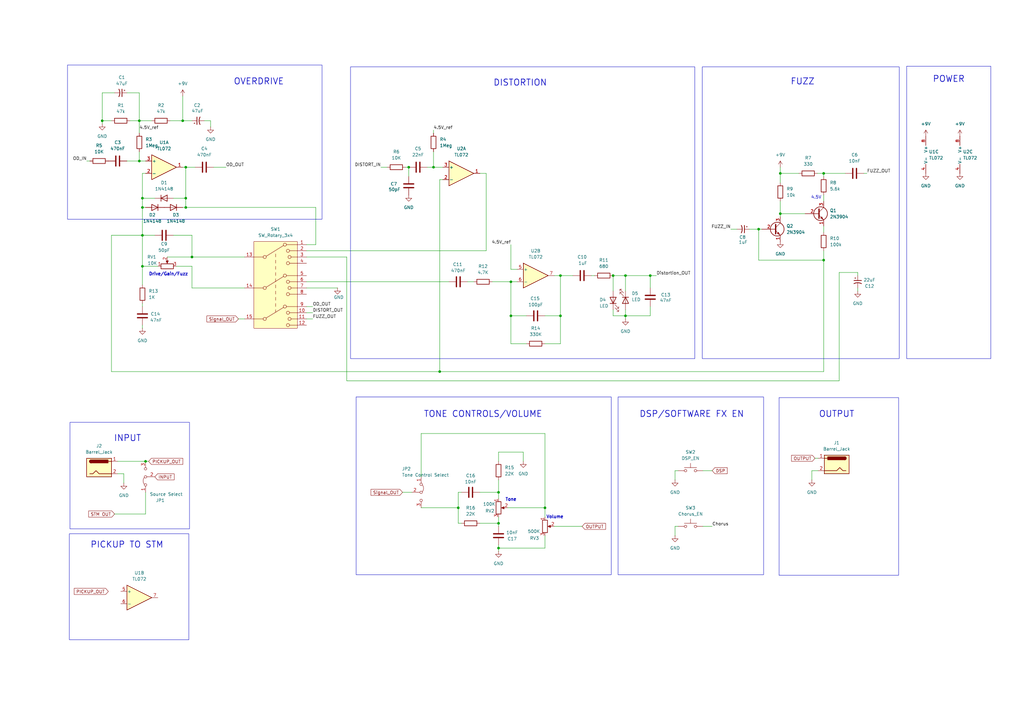
<source format=kicad_sch>
(kicad_sch (version 20231120) (generator "eeschema") (generator_version "8.0")
  (paper "A3")
  (lib_symbols
    (symbol "Amplifier_Operational:TL072" (pin_names (offset 0.127))
      (property "Reference" "U" (at 0 5.08 0))
      (property "Value" "TL072" (at 0 -5.08 0))
      (symbol "TL072_1_1"
        (polyline (pts (xy -5.08 5.08) (xy 5.08 0) (xy -5.08 -5.08) (xy -5.08 5.08)) (stroke (width 0.254)) (fill (type background)))
        (pin output line (at 7.62 0 180) (length 2.54) (name "~") (number "1"))
        (pin input line (at -7.62 -2.54 0) (length 2.54) (name "-") (number "2"))
        (pin input line (at -7.62 2.54 0) (length 2.54) (name "+") (number "3"))
      )
      (symbol "TL072_2_1"
        (polyline (pts (xy -5.08 5.08) (xy 5.08 0) (xy -5.08 -5.08) (xy -5.08 5.08)) (stroke (width 0.254)) (fill (type background)))
        (pin input line (at -7.62 2.54 0) (length 2.54) (name "+") (number "5"))
        (pin input line (at -7.62 -2.54 0) (length 2.54) (name "-") (number "6"))
        (pin output line (at 7.62 0 180) (length 2.54) (name "~") (number "7"))
      )
      (symbol "TL072_3_1"
        (pin power_in line (at -2.54 -7.62 90) (length 3.81) (name "V-") (number "4"))
        (pin power_in line (at -2.54 7.62 270) (length 3.81) (name "V+") (number "8"))
      )
    )
    (symbol "Connector:Barrel_Jack" (pin_names (offset 1.016))
      (property "Reference" "J" (at 0 5.334 0))
      (property "Value" "Barrel_Jack" (at 0 -5.08 0))
      (symbol "Barrel_Jack_0_1"
        (rectangle (start -5.08 3.81) (end 5.08 -3.81) (stroke (width 0.254)) (fill (type background)))
        (arc (start -3.302 3.175) (mid -3.9343 2.54) (end -3.302 1.905) (stroke (width 0.254)))
        (arc (start -3.302 3.175) (mid -3.9343 2.54) (end -3.302 1.905) (stroke (width 0.254)) (fill (type outline)))
        (polyline (pts (xy 5.08 2.54) (xy 3.81 2.54)) (stroke (width 0.254)))
        (polyline (pts (xy -3.81 -2.54) (xy -2.54 -2.54) (xy -1.27 -1.27) (xy 0 -2.54) (xy 2.54 -2.54) (xy 5.08 -2.54)) (stroke (width 0.254)))
        (rectangle (start 3.683 3.175) (end -3.302 1.905) (stroke (width 0.254)) (fill (type outline)))
      )
      (symbol "Barrel_Jack_1_1"
        (pin passive line (at 7.62 2.54 180) (length 2.54) (name "~") (number "1"))
        (pin passive line (at 7.62 -2.54 180) (length 2.54) (name "~") (number "2"))
      )
    )
    (symbol "Device:C" (pin_numbers hide) (pin_names (offset 0.254))
      (property "Reference" "C" (at 0.635 2.54 0))
      (property "Value" "C" (at 0.635 -2.54 0))
      (symbol "C_0_1"
        (polyline (pts (xy -2.032 -0.762) (xy 2.032 -0.762)) (stroke (width 0.508)))
        (polyline (pts (xy -2.032 0.762) (xy 2.032 0.762)) (stroke (width 0.508)))
      )
      (symbol "C_1_1"
        (pin passive line (at 0 3.81 270) (length 2.794) (name "~") (number "1"))
        (pin passive line (at 0 -3.81 90) (length 2.794) (name "~") (number "2"))
      )
    )
    (symbol "Device:C_Polarized_Small_US" (pin_numbers hide) (pin_names (offset 0.254) hide)
      (property "Reference" "C" (at 0.254 1.778 0))
      (property "Value" "C_Polarized_Small_US" (at 0.254 -2.032 0))
      (symbol "C_Polarized_Small_US_0_1"
        (polyline (pts (xy -1.524 0.508) (xy 1.524 0.508)) (stroke (width 0.3048)))
        (polyline (pts (xy -1.27 1.524) (xy -0.762 1.524)))
        (polyline (pts (xy -1.016 1.27) (xy -1.016 1.778)))
        (arc (start 1.524 -0.762) (mid 0 -0.3734) (end -1.524 -0.762) (stroke (width 0.3048)))
      )
      (symbol "C_Polarized_Small_US_1_1"
        (pin passive line (at 0 2.54 270) (length 2.032) (name "~") (number "1"))
        (pin passive line (at 0 -2.54 90) (length 2.032) (name "~") (number "2"))
      )
    )
    (symbol "Device:LED" (pin_numbers hide) (pin_names (offset 1.016) hide)
      (property "Reference" "D" (at 0 2.54 0))
      (property "Value" "LED" (at 0 -2.54 0))
      (symbol "LED_0_1"
        (polyline (pts (xy -1.27 -1.27) (xy -1.27 1.27)) (stroke (width 0.254)))
        (polyline (pts (xy -1.27 0) (xy 1.27 0)))
        (polyline (pts (xy 1.27 -1.27) (xy 1.27 1.27) (xy -1.27 0) (xy 1.27 -1.27)) (stroke (width 0.254)))
        (polyline (pts (xy -3.048 -0.762) (xy -4.572 -2.286) (xy -3.81 -2.286) (xy -4.572 -2.286) (xy -4.572 -1.524)))
        (polyline (pts (xy -1.778 -0.762) (xy -3.302 -2.286) (xy -2.54 -2.286) (xy -3.302 -2.286) (xy -3.302 -1.524)))
      )
      (symbol "LED_1_1"
        (pin passive line (at -3.81 0 0) (length 2.54) (name "K") (number "1"))
        (pin passive line (at 3.81 0 180) (length 2.54) (name "A") (number "2"))
      )
    )
    (symbol "Device:R" (pin_numbers hide) (pin_names (offset 0))
      (property "Reference" "R" (at 2.032 0 90))
      (property "Value" "R" (at 0 0 90))
      (symbol "R_0_1"
        (rectangle (start -1.016 -2.54) (end 1.016 2.54) (stroke (width 0.254)))
      )
      (symbol "R_1_1"
        (pin passive line (at 0 3.81 270) (length 1.27) (name "~") (number "1"))
        (pin passive line (at 0 -3.81 90) (length 1.27) (name "~") (number "2"))
      )
    )
    (symbol "Device:R_Potentiometer" (pin_names (offset 1.016) hide)
      (property "Reference" "RV" (at -4.445 0 90))
      (property "Value" "R_Potentiometer" (at -2.54 0 90))
      (symbol "R_Potentiometer_0_1"
        (polyline (pts (xy 2.54 0) (xy 1.524 0)))
        (polyline (pts (xy 1.143 0) (xy 2.286 0.508) (xy 2.286 -0.508) (xy 1.143 0)) (fill (type outline)))
        (rectangle (start 1.016 2.54) (end -1.016 -2.54) (stroke (width 0.254)))
      )
      (symbol "R_Potentiometer_1_1"
        (pin passive line (at 0 3.81 270) (length 1.27) (name "1") (number "1"))
        (pin passive line (at 3.81 0 180) (length 1.27) (name "2") (number "2"))
        (pin passive line (at 0 -3.81 90) (length 1.27) (name "3") (number "3"))
      )
    )
    (symbol "Diode:1N4148" (pin_numbers hide) (pin_names hide)
      (property "Reference" "D" (at 0 2.54 0))
      (property "Value" "1N4148" (at 0 -2.54 0))
      (symbol "1N4148_0_1"
        (polyline (pts (xy -1.27 1.27) (xy -1.27 -1.27)) (stroke (width 0.254)))
        (polyline (pts (xy 1.27 0) (xy -1.27 0)))
        (polyline (pts (xy 1.27 1.27) (xy 1.27 -1.27) (xy -1.27 0) (xy 1.27 1.27)) (stroke (width 0.254)))
      )
      (symbol "1N4148_1_1"
        (pin passive line (at -3.81 0 0) (length 2.54) (name "K") (number "1"))
        (pin passive line (at 3.81 0 180) (length 2.54) (name "A") (number "2"))
      )
    )
    (symbol "Jumper:Jumper_3_Bridged12" (pin_names (offset 0) hide) (exclude_from_sim yes) (in_bom no)
      (property "Reference" "JP" (at -2.54 -2.54 0))
      (property "Value" "Jumper_3_Bridged12" (at 0 2.794 0))
      (symbol "Jumper_3_Bridged12_0_0"
        (circle (center -3.302 0) (radius 0.508))
        (circle (center 0 0) (radius 0.508))
        (circle (center 3.302 0) (radius 0.508))
      )
      (symbol "Jumper_3_Bridged12_0_1"
        (arc (start -0.254 0.508) (mid -1.651 0.9912) (end -3.048 0.508))
        (polyline (pts (xy 0 -1.27) (xy 0 -0.508)))
      )
      (symbol "Jumper_3_Bridged12_1_1"
        (pin passive line (at -6.35 0 0) (length 2.54) (name "A") (number "1"))
        (pin passive line (at 0 -3.81 90) (length 2.54) (name "C") (number "2"))
        (pin passive line (at 6.35 0 180) (length 2.54) (name "B") (number "3"))
      )
    )
    (symbol "Switch:SW_Push" (pin_numbers hide) (pin_names (offset 1.016) hide)
      (property "Reference" "SW" (at 1.27 2.54 0))
      (property "Value" "SW_Push" (at 0 -1.524 0))
      (symbol "SW_Push_0_1"
        (circle (center -2.032 0) (radius 0.508))
        (polyline (pts (xy 0 1.27) (xy 0 3.048)))
        (polyline (pts (xy 2.54 1.27) (xy -2.54 1.27)))
        (circle (center 2.032 0) (radius 0.508))
        (pin passive line (at -5.08 0 0) (length 2.54) (name "1") (number "1"))
        (pin passive line (at 5.08 0 180) (length 2.54) (name "2") (number "2"))
      )
    )
    (symbol "Switch:SW_Rotary_3x4" (pin_names (offset 1.016) hide)
      (property "Reference" "SW" (at 0 20.32 0))
      (property "Value" "SW_Rotary_3x4" (at 0 -17.78 0))
      (symbol "SW_Rotary_3x4_0_0"
        (circle (center -4.445 -12.7) (radius 0.635))
        (circle (center -4.445 0) (radius 0.635))
        (circle (center -4.445 12.7) (radius 0.635))
        (polyline (pts (xy -3.9116 -12.3444) (xy 3.2512 -7.9756)))
        (polyline (pts (xy -3.8608 0.3048) (xy 3.2512 4.7244)))
        (polyline (pts (xy -3.8608 13.0048) (xy 3.2512 17.4244)))
        (polyline (pts (xy 0 -9.9568) (xy 0 -8.89)))
        (polyline (pts (xy 0 -7.62) (xy 0 -6.35)))
        (polyline (pts (xy 0 -5.08) (xy 0 -3.81)))
        (polyline (pts (xy 0 -2.54) (xy 0 -1.27)))
        (polyline (pts (xy 0 0) (xy 0 1.27)))
        (polyline (pts (xy 0 2.54) (xy 0 3.81)))
        (polyline (pts (xy 0 5.08) (xy 0 6.35)))
        (polyline (pts (xy 0 7.62) (xy 0 8.89)))
        (polyline (pts (xy 0 10.16) (xy 0 11.43)))
        (polyline (pts (xy 0 12.7) (xy 0 13.97)))
        (polyline (pts (xy 4.445 -7.62) (xy 8.89 -7.62)))
        (polyline (pts (xy 4.445 5.08) (xy 8.89 5.08)))
        (polyline (pts (xy 4.445 17.78) (xy 8.89 17.78)))
        (polyline (pts (xy 5.715 -15.24) (xy 8.89 -15.24)))
        (polyline (pts (xy 5.715 -10.16) (xy 8.89 -10.16)))
        (polyline (pts (xy 5.715 -2.54) (xy 8.89 -2.54)))
        (polyline (pts (xy 5.715 2.54) (xy 8.89 2.54)))
        (polyline (pts (xy 5.715 10.16) (xy 8.89 10.16)))
        (polyline (pts (xy 5.715 15.24) (xy 8.89 15.24)))
        (polyline (pts (xy 6.35 -12.7) (xy 8.89 -12.7)))
        (polyline (pts (xy 6.35 0) (xy 8.89 0)))
        (polyline (pts (xy 6.35 12.7) (xy 8.89 12.7)))
        (circle (center 3.81 -7.62) (radius 0.635))
        (circle (center 3.81 5.08) (radius 0.635))
        (circle (center 3.81 17.78) (radius 0.635))
        (circle (center 5.08 -15.24) (radius 0.635))
        (circle (center 5.08 -10.16) (radius 0.635))
        (circle (center 5.08 -2.54) (radius 0.635))
        (circle (center 5.08 2.54) (radius 0.635))
        (circle (center 5.08 10.16) (radius 0.635))
        (circle (center 5.08 15.24) (radius 0.635))
        (circle (center 5.715 -12.7) (radius 0.635))
        (circle (center 5.715 0) (radius 0.635))
        (circle (center 5.715 12.7) (radius 0.635))
      )
      (symbol "SW_Rotary_3x4_0_1"
        (polyline (pts (xy -5.08 -12.7) (xy -8.89 -12.7)))
        (polyline (pts (xy -5.08 0) (xy -8.89 0)))
        (polyline (pts (xy -5.08 12.7) (xy -8.89 12.7)))
      )
      (symbol "SW_Rotary_3x4_1_1"
        (rectangle (start -8.89 19.05) (end 8.89 -16.51) (fill (type background)))
        (pin passive line (at 12.7 17.78 180) (length 3.81) (name "1") (number "1"))
        (pin passive line (at 12.7 -10.16 180) (length 3.81) (name "10") (number "10"))
        (pin passive line (at 12.7 -12.7 180) (length 3.81) (name "11") (number "11"))
        (pin passive line (at 12.7 -15.24 180) (length 3.81) (name "12") (number "12"))
        (pin passive line (at -12.7 12.7 0) (length 3.81) (name "13") (number "13"))
        (pin passive line (at -12.7 0 0) (length 3.81) (name "14") (number "14"))
        (pin passive line (at -12.7 -12.7 0) (length 3.81) (name "15") (number "15"))
        (pin passive line (at 12.7 15.24 180) (length 3.81) (name "2") (number "2"))
        (pin passive line (at 12.7 12.7 180) (length 3.81) (name "3") (number "3"))
        (pin passive line (at 12.7 10.16 180) (length 3.81) (name "4") (number "4"))
        (pin passive line (at 12.7 5.08 180) (length 3.81) (name "5") (number "5"))
        (pin passive line (at 12.7 2.54 180) (length 3.81) (name "6") (number "6"))
        (pin passive line (at 12.7 0 180) (length 3.81) (name "7") (number "7"))
        (pin passive line (at 12.7 -2.54 180) (length 3.81) (name "8") (number "8"))
        (pin passive line (at 12.7 -7.62 180) (length 3.81) (name "9") (number "9"))
      )
    )
    (symbol "Transistor_BJT:2N3904" (pin_names (offset 0) hide)
      (property "Reference" "Q" (at 5.08 1.905 0))
      (property "Value" "2N3904" (at 5.08 0 0))
      (symbol "2N3904_0_1"
        (polyline (pts (xy 0.635 0.635) (xy 2.54 2.54)))
        (polyline (pts (xy 0.635 -0.635) (xy 2.54 -2.54) (xy 2.54 -2.54)))
        (polyline (pts (xy 0.635 1.905) (xy 0.635 -1.905) (xy 0.635 -1.905)) (stroke (width 0.508)))
        (polyline (pts (xy 1.27 -1.778) (xy 1.778 -1.27) (xy 2.286 -2.286) (xy 1.27 -1.778) (xy 1.27 -1.778)) (fill (type outline)))
        (circle (center 1.27 0) (radius 2.8194) (stroke (width 0.254)))
      )
      (symbol "2N3904_1_1"
        (pin passive line (at 2.54 -5.08 90) (length 2.54) (name "E") (number "1"))
        (pin passive line (at -5.08 0 0) (length 5.715) (name "B") (number "2"))
        (pin passive line (at 2.54 5.08 270) (length 2.54) (name "C") (number "3"))
      )
    )
    (symbol "power:+9V" (power) (pin_numbers hide) (pin_names (offset 0) hide)
      (property "Value" "+9V" (at 0 3.556 0))
      (symbol "+9V_0_1"
        (polyline (pts (xy -0.762 1.27) (xy 0 2.54)))
        (polyline (pts (xy 0 0) (xy 0 2.54)))
        (polyline (pts (xy 0 2.54) (xy 0.762 1.27)))
      )
      (symbol "+9V_1_1"
        (pin power_in line (at 0 0 90) (length 0) (name "~") (number "1"))
      )
    )
    (symbol "power:GND" (power) (pin_numbers hide) (pin_names (offset 0) hide)
      (property "Value" "GND" (at 0 -3.81 0))
      (symbol "GND_0_1"
        (polyline (pts (xy 0 0) (xy 0 -1.27) (xy 1.27 -1.27) (xy 0 -2.54) (xy -1.27 -1.27) (xy 0 -1.27)))
      )
      (symbol "GND_1_1"
        (pin power_in line (at 0 0 270) (length 0) (name "~") (number "1"))
      )
    )
  )
  (junction (at 256.54 129.54))
  (junction (at 58.42 85.09))
  (junction (at 256.54 113.03))
  (junction (at 266.7 113.03))
  (junction (at 76.2 81.28))
  (junction (at 320.04 87.63))
  (junction (at 209.55 129.54))
  (junction (at 251.46 113.03))
  (junction (at 204.47 214.63))
  (junction (at 167.64 68.58))
  (junction (at 78.74 105.41))
  (junction (at 209.55 115.57))
  (junction (at 229.87 113.03))
  (junction (at 204.47 224.79))
  (junction (at 41.91 49.53))
  (junction (at 57.15 49.53))
  (junction (at 187.96 208.28))
  (junction (at 337.82 106.68))
  (junction (at 320.04 71.12))
  (junction (at 229.87 129.54))
  (junction (at 59.69 189.23))
  (junction (at 76.2 68.58))
  (junction (at 311.15 93.98))
  (junction (at 76.2 85.09))
  (junction (at 180.34 152.4))
  (junction (at 58.42 81.28))
  (junction (at 74.93 49.53))
  (junction (at 223.52 208.28))
  (junction (at 58.42 109.22))
  (junction (at 57.15 66.04))
  (junction (at 58.42 96.52))
  (junction (at 204.47 201.93))
  (junction (at 337.82 71.12))
  (junction (at 177.8 68.58))
  (wire (pts (xy 74.93 85.09) (xy 76.2 85.09)))
  (wire (pts (xy 172.72 177.8) (xy 223.52 177.8)))
  (wire (pts (xy 223.52 224.79) (xy 204.47 224.79)))
  (wire (pts (xy 204.47 185.42) (xy 204.47 189.23)))
  (wire (pts (xy 292.1 215.9) (xy 288.29 215.9)))
  (wire (pts (xy 57.15 49.53) (xy 57.15 38.1)))
  (wire (pts (xy 196.85 201.93) (xy 204.47 201.93)))
  (wire (pts (xy 223.52 140.97) (xy 229.87 140.97)))
  (wire (pts (xy 344.17 111.76) (xy 344.17 156.21)))
  (wire (pts (xy 229.87 113.03) (xy 229.87 129.54)))
  (wire (pts (xy 50.8 198.12) (xy 50.8 194.31)))
  (wire (pts (xy 52.07 66.04) (xy 57.15 66.04)))
  (wire (pts (xy 208.28 208.28) (xy 223.52 208.28)))
  (wire (pts (xy 78.74 49.53) (xy 74.93 49.53)))
  (wire (pts (xy 320.04 87.63) (xy 320.04 88.9)))
  (wire (pts (xy 177.8 68.58) (xy 181.61 68.58)))
  (wire (pts (xy 209.55 110.49) (xy 212.09 110.49)))
  (wire (pts (xy 58.42 81.28) (xy 63.5 81.28)))
  (wire (pts (xy 266.7 113.03) (xy 266.7 118.11)))
  (wire (pts (xy 58.42 71.12) (xy 58.42 81.28)))
  (wire (pts (xy 266.7 113.03) (xy 269.24 113.03)))
  (wire (pts (xy 58.42 81.28) (xy 58.42 85.09)))
  (wire (pts (xy 74.93 49.53) (xy 74.93 39.37)))
  (wire (pts (xy 46.99 210.82) (xy 59.69 210.82)))
  (wire (pts (xy 311.15 106.68) (xy 311.15 93.98)))
  (wire (pts (xy 177.8 68.58) (xy 177.8 62.23)))
  (wire (pts (xy 128.27 130.81) (xy 125.73 130.81)))
  (wire (pts (xy 332.994 196.85) (xy 332.994 193.04)))
  (wire (pts (xy 58.42 96.52) (xy 58.42 109.22)))
  (wire (pts (xy 142.24 156.21) (xy 142.24 105.41)))
  (wire (pts (xy 86.36 49.53) (xy 86.36 52.07)))
  (wire (pts (xy 214.63 185.42) (xy 204.47 185.42)))
  (wire (pts (xy 71.12 96.52) (xy 78.74 96.52)))
  (wire (pts (xy 87.63 68.58) (xy 92.71 68.58)))
  (wire (pts (xy 177.8 54.61) (xy 177.8 53.34)))
  (wire (pts (xy 209.55 100.33) (xy 209.55 110.49)))
  (wire (pts (xy 229.87 129.54) (xy 223.52 129.54)))
  (wire (pts (xy 351.79 118.11) (xy 351.79 119.38)))
  (wire (pts (xy 204.47 214.63) (xy 204.47 215.9)))
  (wire (pts (xy 78.74 96.52) (xy 78.74 105.41)))
  (wire (pts (xy 80.01 68.58) (xy 76.2 68.58)))
  (wire (pts (xy 199.39 71.12) (xy 196.85 71.12)))
  (wire (pts (xy 276.86 219.71) (xy 276.86 215.9)))
  (wire (pts (xy 53.34 49.53) (xy 57.15 49.53)))
  (wire (pts (xy 243.84 113.03) (xy 242.57 113.03)))
  (wire (pts (xy 337.82 80.01) (xy 337.82 82.55)))
  (wire (pts (xy 307.34 93.98) (xy 311.15 93.98)))
  (wire (pts (xy 256.54 129.54) (xy 256.54 127)))
  (wire (pts (xy 57.15 38.1) (xy 52.07 38.1)))
  (wire (pts (xy 251.46 129.54) (xy 256.54 129.54)))
  (wire (pts (xy 292.1 193.04) (xy 288.29 193.04)))
  (wire (pts (xy 251.46 129.54) (xy 251.46 127)))
  (wire (pts (xy 125.73 102.87) (xy 199.39 102.87)))
  (wire (pts (xy 234.95 113.03) (xy 229.87 113.03)))
  (wire (pts (xy 58.42 134.62) (xy 58.42 133.35)))
  (wire (pts (xy 125.73 115.57) (xy 184.15 115.57)))
  (wire (pts (xy 187.96 201.93) (xy 187.96 208.28)))
  (wire (pts (xy 229.87 140.97) (xy 229.87 129.54)))
  (wire (pts (xy 41.91 49.53) (xy 45.72 49.53)))
  (wire (pts (xy 223.52 208.28) (xy 223.52 212.09)))
  (wire (pts (xy 78.74 105.41) (xy 100.33 105.41)))
  (wire (pts (xy 337.82 71.12) (xy 337.82 72.39)))
  (wire (pts (xy 69.85 49.53) (xy 74.93 49.53)))
  (wire (pts (xy 276.86 196.85) (xy 276.86 193.04)))
  (wire (pts (xy 76.2 81.28) (xy 76.2 68.58)))
  (wire (pts (xy 78.74 118.11) (xy 78.74 109.22)))
  (wire (pts (xy 320.04 82.55) (xy 320.04 87.63)))
  (wire (pts (xy 50.8 194.31) (xy 48.26 194.31)))
  (wire (pts (xy 256.54 113.03) (xy 251.46 113.03)))
  (wire (pts (xy 45.72 96.52) (xy 58.42 96.52)))
  (wire (pts (xy 187.96 208.28) (xy 187.96 214.63)))
  (wire (pts (xy 276.86 215.9) (xy 278.13 215.9)))
  (wire (pts (xy 57.15 62.23) (xy 57.15 66.04)))
  (wire (pts (xy 344.17 111.76) (xy 351.79 111.76)))
  (wire (pts (xy 266.7 113.03) (xy 256.54 113.03)))
  (wire (pts (xy 46.99 38.1) (xy 41.91 38.1)))
  (wire (pts (xy 351.79 111.76) (xy 351.79 113.03)))
  (wire (pts (xy 58.42 109.22) (xy 58.42 116.84)))
  (wire (pts (xy 36.83 66.04) (xy 35.56 66.04)))
  (wire (pts (xy 48.26 189.23) (xy 59.69 189.23)))
  (wire (pts (xy 158.75 68.58) (xy 156.21 68.58)))
  (wire (pts (xy 129.54 85.09) (xy 76.2 85.09)))
  (wire (pts (xy 71.12 81.28) (xy 76.2 81.28)))
  (wire (pts (xy 58.42 71.12) (xy 59.69 71.12)))
  (wire (pts (xy 76.2 68.58) (xy 74.93 68.58)))
  (wire (pts (xy 59.69 85.09) (xy 58.42 85.09)))
  (wire (pts (xy 204.47 226.06) (xy 204.47 224.79)))
  (wire (pts (xy 266.7 125.73) (xy 266.7 129.54)))
  (wire (pts (xy 125.73 118.11) (xy 138.43 118.11)))
  (wire (pts (xy 266.7 129.54) (xy 256.54 129.54)))
  (wire (pts (xy 204.47 201.93) (xy 204.47 204.47)))
  (wire (pts (xy 59.69 189.23) (xy 60.96 189.23)))
  (wire (pts (xy 256.54 129.54) (xy 256.54 130.81)))
  (wire (pts (xy 41.91 50.8) (xy 41.91 49.53)))
  (wire (pts (xy 172.72 208.28) (xy 187.96 208.28)))
  (wire (pts (xy 209.55 140.97) (xy 209.55 129.54)))
  (wire (pts (xy 212.09 115.57) (xy 209.55 115.57)))
  (wire (pts (xy 175.26 68.58) (xy 177.8 68.58)))
  (wire (pts (xy 214.63 185.42) (xy 214.63 189.23)))
  (wire (pts (xy 344.17 156.21) (xy 142.24 156.21)))
  (wire (pts (xy 172.72 177.8) (xy 172.72 195.58)))
  (wire (pts (xy 128.27 128.27) (xy 125.73 128.27)))
  (wire (pts (xy 196.85 214.63) (xy 204.47 214.63)))
  (wire (pts (xy 83.82 49.53) (xy 86.36 49.53)))
  (wire (pts (xy 337.82 71.12) (xy 335.28 71.12)))
  (wire (pts (xy 180.34 73.66) (xy 181.61 73.66)))
  (wire (pts (xy 223.52 177.8) (xy 223.52 208.28)))
  (wire (pts (xy 128.27 125.73) (xy 125.73 125.73)))
  (wire (pts (xy 167.64 72.39) (xy 167.64 68.58)))
  (wire (pts (xy 204.47 196.85) (xy 204.47 201.93)))
  (wire (pts (xy 59.69 210.82) (xy 59.69 201.93)))
  (wire (pts (xy 209.55 129.54) (xy 209.55 115.57)))
  (wire (pts (xy 187.96 214.63) (xy 189.23 214.63)))
  (wire (pts (xy 45.72 152.4) (xy 45.72 96.52)))
  (wire (pts (xy 180.34 152.4) (xy 45.72 152.4)))
  (wire (pts (xy 78.74 109.22) (xy 72.39 109.22)))
  (wire (pts (xy 227.33 113.03) (xy 229.87 113.03)))
  (wire (pts (xy 311.15 93.98) (xy 312.42 93.98)))
  (wire (pts (xy 57.15 49.53) (xy 62.23 49.53)))
  (wire (pts (xy 97.79 130.81) (xy 100.33 130.81)))
  (wire (pts (xy 57.15 49.53) (xy 57.15 54.61)))
  (wire (pts (xy 187.96 201.93) (xy 189.23 201.93)))
  (wire (pts (xy 199.39 102.87) (xy 199.39 71.12)))
  (wire (pts (xy 215.9 140.97) (xy 209.55 140.97)))
  (wire (pts (xy 320.04 71.12) (xy 320.04 74.93)))
  (wire (pts (xy 204.47 224.79) (xy 204.47 223.52)))
  (wire (pts (xy 337.82 152.4) (xy 337.82 106.68)))
  (wire (pts (xy 64.77 109.22) (xy 58.42 109.22)))
  (wire (pts (xy 332.994 193.04) (xy 335.534 193.04)))
  (wire (pts (xy 355.6 71.12) (xy 354.33 71.12)))
  (wire (pts (xy 58.42 85.09) (xy 58.42 96.52)))
  (wire (pts (xy 165.1 201.93) (xy 168.91 201.93)))
  (wire (pts (xy 204.47 212.09) (xy 204.47 214.63)))
  (wire (pts (xy 41.91 38.1) (xy 41.91 49.53)))
  (wire (pts (xy 125.73 100.33) (xy 129.54 100.33)))
  (wire (pts (xy 276.86 193.04) (xy 278.13 193.04)))
  (wire (pts (xy 299.72 93.98) (xy 302.26 93.98)))
  (wire (pts (xy 215.9 129.54) (xy 209.55 129.54)))
  (wire (pts (xy 238.76 215.9) (xy 227.33 215.9)))
  (wire (pts (xy 57.15 66.04) (xy 59.69 66.04)))
  (wire (pts (xy 337.82 95.25) (xy 337.82 92.71)))
  (wire (pts (xy 166.37 68.58) (xy 167.64 68.58)))
  (wire (pts (xy 337.82 106.68) (xy 337.82 102.87)))
  (wire (pts (xy 346.71 71.12) (xy 337.82 71.12)))
  (wire (pts (xy 223.52 219.71) (xy 223.52 224.79)))
  (wire (pts (xy 209.55 115.57) (xy 201.93 115.57)))
  (wire (pts (xy 180.34 73.66) (xy 180.34 152.4)))
  (wire (pts (xy 337.82 106.68) (xy 311.15 106.68)))
  (wire (pts (xy 142.24 105.41) (xy 125.73 105.41)))
  (wire (pts (xy 180.34 152.4) (xy 337.82 152.4)))
  (wire (pts (xy 68.58 105.41) (xy 78.74 105.41)))
  (wire (pts (xy 330.2 87.63) (xy 320.04 87.63)))
  (wire (pts (xy 256.54 119.38) (xy 256.54 113.03)))
  (wire (pts (xy 129.54 100.33) (xy 129.54 85.09)))
  (wire (pts (xy 78.74 118.11) (xy 100.33 118.11)))
  (wire (pts (xy 58.42 125.73) (xy 58.42 124.46)))
  (wire (pts (xy 320.04 68.58) (xy 320.04 71.12)))
  (wire (pts (xy 63.5 96.52) (xy 58.42 96.52)))
  (wire (pts (xy 334.264 187.96) (xy 335.534 187.96)))
  (wire (pts (xy 251.46 119.38) (xy 251.46 113.03)))
  (wire (pts (xy 191.77 115.57) (xy 194.31 115.57)))
  (wire (pts (xy 76.2 81.28) (xy 76.2 85.09)))
  (wire (pts (xy 320.04 71.12) (xy 327.66 71.12)))
  (rectangle (start 146.05 162.814) (end 250.698 235.712))
  (rectangle (start 319.532 163.068) (end 368.554 235.966))
  (rectangle (start 28.448 218.948) (end 77.47 262.382))
  (rectangle (start 28.702 173.228) (end 77.724 216.916))
  (rectangle (start 143.764 27.432) (end 284.988 147.066))
  (rectangle (start 371.856 27.178) (end 406.4 147.066))
  (rectangle (start 288.036 27.432) (end 368.808 147.066))
  (rectangle (start 253.492 162.814) (end 313.182 235.712))
  (rectangle (start 27.686 26.67) (end 132.08 89.916))
  (text "DSP/SOFTWARE FX EN" (at 283.718 169.926 0) (effects (font (size 2.54 2.54) (thickness 0.254) (bold yes))))
  (text "DISTORTION" (at 213.36 34.036 0) (effects (font (size 2.54 2.54) (thickness 0.254) (bold yes))))
  (text "Drive/Gain/Fuzz" (at 69.088 112.522 0) (effects (font (size 1.27 1.27) (thickness 0.254) (bold yes))))
  (text "TONE CONTROLS/VOLUME" (at 198.12 169.926 0) (effects (font (size 2.54 2.54) (thickness 0.254) (bold yes))))
  (text "4.5V" (at 334.772 81.026 0) (effects (font (size 1.27 1.27))))
  (text "INPUT" (at 52.324 179.832 0) (effects (font (size 2.54 2.54) (thickness 0.254) (bold yes))))
  (text "Tone" (at 209.55 204.978 0) (effects (font (size 1.27 1.27) (thickness 0.254) (bold yes))))
  (text "OVERDRIVE" (at 106.172 33.528 0) (effects (font (size 2.54 2.54) (thickness 0.254) (bold yes))))
  (text "POWER" (at 389.128 32.512 0) (effects (font (size 2.54 2.54) (thickness 0.254) (bold yes))))
  (text "Volume" (at 227.584 212.09 0) (effects (font (size 1.27 1.27) (thickness 0.254) (bold yes))))
  (text "OUTPUT" (at 343.154 169.926 0) (effects (font (size 2.54 2.54) (thickness 0.254) (bold yes))))
  (text "FUZZ" (at 329.184 33.528 0) (effects (font (size 2.54 2.54) (thickness 0.254) (bold yes))))
  (text "PICKUP TO STM" (at 52.07 223.52 0) (effects (font (size 2.54 2.54) (thickness 0.254) (bold yes))))
  (label "4.5V_ref" (at 209.55 100.33 180))
  (label "Distortion_OUT" (at 269.24 113.03 0))
  (label "OD_OUT" (at 92.71 68.58 0))
  (label "4.5V_ref" (at 177.8 53.34 0))
  (label "4.5V_ref" (at 57.15 53.34 0))
  (label "FUZZ_IN" (at 299.72 93.98 180) (effects (font (thickness 0.1588))))
  (label "OD_IN" (at 35.56 66.04 180))
  (label "FUZZ_OUT" (at 355.6 71.12 0))
  (label "DISTORT_IN" (at 156.21 68.58 180))
  (label "OD_OUT" (at 128.27 125.73 0))
  (label "FUZZ_OUT" (at 128.27 130.81 0))
  (label "DISTORT_OUT" (at 128.27 128.27 0))
  (label "Chorus" (at 292.1 215.9 0))
  (global_label "PICKUP_OUT" (shape input) (at 60.96 189.23 0) (property "Intersheetrefs" "${INTERSHEET_REFS}" (effects (hide yes))))
  (global_label "OUTPUT" (shape input) (at 334.264 187.96 180) (property "Intersheetrefs" "${INTERSHEET_REFS}" (effects (hide yes))))
  (global_label "OUTPUT" (shape input) (at 238.76 215.9 0) (property "Intersheetrefs" "${INTERSHEET_REFS}" (effects (hide yes))))
  (global_label "PICKUP_OUT" (shape input) (at 44.45 242.57 180) (property "Intersheetrefs" "${INTERSHEET_REFS}" (effects (hide yes))))
  (global_label "INPUT" (shape input) (at 63.5 195.58 0) (property "Intersheetrefs" "${INTERSHEET_REFS}" (effects (hide yes))))
  (global_label "DSP" (shape input) (at 292.1 193.04 0) (property "Intersheetrefs" "${INTERSHEET_REFS}" (effects (hide yes))))
  (global_label "STM OUT" (shape input) (at 46.99 210.82 180) (property "Intersheetrefs" "${INTERSHEET_REFS}" (effects (hide yes))))
  (global_label "Signal_OUT" (shape input) (at 165.1 201.93 180) (property "Intersheetrefs" "${INTERSHEET_REFS}" (effects (hide yes))))
  (global_label "Signal_OUT" (shape input) (at 97.79 130.81 180) (property "Intersheetrefs" "${INTERSHEET_REFS}" (effects (hide yes))))
  (symbol (lib_id "Connector:Barrel_Jack") (at 343.154 190.5 0) (mirror y) (unit 1)
    (property "Reference" "J1" (at 343.154 181.61 0))
    (property "Value" "Barrel_Jack" (at 343.154 184.15 0))
    (property "Footprint" "Connector_BarrelJack:BarrelJack_SwitchcraftConxall_RAPC10U_Horizontal" (effects (hide yes)))
    (property "Description" "DC Barrel Jack" (effects (hide yes)))
  )
  (symbol (lib_id "Device:C") (at 48.26 66.04 90) (unit 1)
    (property "Reference" "C3" (at 48.26 58.42 90))
    (property "Value" "470nF" (at 48.26 60.96 90))
    (property "Footprint" "Capacitor_THT:C_Rect_L7.2mm_W3.0mm_P5.00mm_FKS2_FKP2_MKS2_MKP2" (effects (hide yes)))
    (property "Description" "Unpolarized capacitor" (effects (hide yes)))
  )
  (symbol (lib_id "power:GND") (at 50.8 198.12 0) (unit 1)
    (property "Reference" "#PWR018" (effects (hide yes)))
    (property "Value" "GND" (at 50.8 203.2 0))
    (property "Description" "Power symbol creates a global label with name \"GND\" , ground" (effects (hide yes)))
  )
  (symbol (lib_id "Amplifier_Operational:TL072") (at 57.15 245.11 0) (unit 2)
    (property "Reference" "U1" (at 57.15 234.95 0))
    (property "Value" "TL072" (at 57.15 237.49 0))
    (property "Footprint" "Package_DIP:DIP-8_W7.62mm" (effects (hide yes)))
    (property "Datasheet" "http://www.ti.com/lit/ds/symlink/tl071.pdf" (effects (hide yes)))
    (property "Description" "Dual Low-Noise JFET-Input Operational Amplifiers, DIP-8/SOIC-8" (effects (hide yes)))
  )
  (symbol (lib_id "power:+9V") (at 74.93 39.37 0) (unit 1)
    (property "Reference" "#PWR01" (effects (hide yes)))
    (property "Value" "+9V" (at 74.93 34.29 0))
    (property "Description" "Power symbol creates a global label with name \"+9V\"" (effects (hide yes)))
  )
  (symbol (lib_id "Device:C") (at 350.52 71.12 90) (unit 1)
    (property "Reference" "C6" (at 350.52 63.5 90))
    (property "Value" "10nF" (at 350.52 66.04 90))
    (property "Footprint" "Capacitor_THT:C_Rect_L7.2mm_W3.0mm_P5.00mm_FKS2_FKP2_MKS2_MKP2" (effects (hide yes)))
    (property "Description" "Unpolarized capacitor" (effects (hide yes)))
  )
  (symbol (lib_id "power:+9V") (at 393.7 55.88 0) (unit 1)
    (property "Reference" "#PWR05" (effects (hide yes)))
    (property "Value" "+9V" (at 393.7 50.8 0))
    (property "Description" "Power symbol creates a global label with name \"+9V\"" (effects (hide yes)))
  )
  (symbol (lib_id "power:GND") (at 214.63 189.23 0) (unit 1)
    (property "Reference" "#PWR015" (effects (hide yes)))
    (property "Value" "GND" (at 214.63 194.31 0))
    (property "Description" "Power symbol creates a global label with name \"GND\" , ground" (effects (hide yes)))
  )
  (symbol (lib_id "Device:R") (at 247.65 113.03 270) (unit 1)
    (property "Reference" "R11" (at 247.65 106.68 90))
    (property "Value" "680" (at 247.65 109.22 90))
    (property "Footprint" "Resistor_SMD:R_0805_2012Metric_Pad1.20x1.40mm_HandSolder" (effects (hide yes)))
    (property "Description" "Resistor" (effects (hide yes)))
  )
  (symbol (lib_id "power:GND") (at 276.86 196.85 0) (unit 1)
    (property "Reference" "#PWR016" (effects (hide yes)))
    (property "Value" "GND" (at 276.86 201.93 0))
    (property "Description" "Power symbol creates a global label with name \"GND\" , ground" (effects (hide yes)))
  )
  (symbol (lib_id "power:GND") (at 351.79 119.38 0) (unit 1)
    (property "Reference" "#PWR012" (effects (hide yes)))
    (property "Value" "GND" (at 351.79 124.46 0))
    (property "Description" "Power symbol creates a global label with name \"GND\" , ground" (effects (hide yes)))
  )
  (symbol (lib_id "Device:R_Potentiometer") (at 223.52 215.9 0) (unit 1)
    (property "Reference" "RV3" (at 219.202 220.726 0))
    (property "Value" "500K" (at 218.948 217.932 0))
    (property "Footprint" "Potentiometer_THT:Potentiometer_Piher_PT-15-V02_Vertical" (effects (hide yes)))
    (property "Description" "Potentiometer" (effects (hide yes)))
  )
  (symbol (lib_id "Device:LED") (at 251.46 123.19 90) (unit 1)
    (property "Reference" "D4" (at 245.872 122.936 90) (effects (justify right)))
    (property "Value" "LED" (at 245.872 125.476 90) (effects (justify right)))
    (property "Footprint" "LED_SMD:LED_1206_3216Metric_Pad1.42x1.75mm_HandSolder" (effects (hide yes)))
    (property "Description" "Light emitting diode" (effects (hide yes)))
  )
  (symbol (lib_id "Device:C") (at 83.82 68.58 90) (unit 1)
    (property "Reference" "C4" (at 83.82 60.96 90))
    (property "Value" "470nF" (at 83.82 63.5 90))
    (property "Footprint" "Capacitor_THT:C_Rect_L7.2mm_W3.0mm_P5.00mm_FKS2_FKP2_MKS2_MKP2" (effects (hide yes)))
    (property "Description" "Unpolarized capacitor" (effects (hide yes)))
  )
  (symbol (lib_id "Amplifier_Operational:TL072") (at 396.24 63.5 0) (unit 3)
    (property "Reference" "U2" (at 394.97 62.2299 0) (effects (justify left)))
    (property "Value" "TL072" (at 394.97 64.7699 0) (effects (justify left)))
    (property "Datasheet" "http://www.ti.com/lit/ds/symlink/tl071.pdf" (effects (hide yes)))
    (property "Description" "Dual Low-Noise JFET-Input Operational Amplifiers, DIP-8/SOIC-8" (effects (hide yes)))
  )
  (symbol (lib_id "Device:R") (at 58.42 120.65 180) (unit 1)
    (property "Reference" "R13" (at 60.96 119.3799 0) (effects (justify right)))
    (property "Value" "1K" (at 60.96 121.9199 0) (effects (justify right)))
    (property "Footprint" "Resistor_SMD:R_0805_2012Metric_Pad1.20x1.40mm_HandSolder" (effects (hide yes)))
    (property "Description" "Resistor" (effects (hide yes)))
  )
  (symbol (lib_id "Device:C_Polarized_Small_US") (at 81.28 49.53 90) (unit 1)
    (property "Reference" "C2" (at 80.8482 43.18 90))
    (property "Value" "47uF" (at 81.026 45.466 90))
    (property "Footprint" "Capacitor_THT:CP_Radial_D8.0mm_P5.00mm" (effects (hide yes)))
    (property "Description" "Polarized capacitor, small US symbol" (effects (hide yes)))
  )
  (symbol (lib_id "Device:R_Potentiometer") (at 204.47 208.28 0) (unit 1)
    (property "Reference" "RV2" (at 200.914 209.55 0))
    (property "Value" "100K" (at 200.66 206.756 0))
    (property "Footprint" "Potentiometer_THT:Potentiometer_Piher_PT-15-V02_Vertical" (effects (hide yes)))
    (property "Description" "Potentiometer" (effects (hide yes)))
  )
  (symbol (lib_id "Device:R") (at 66.04 49.53 90) (unit 1)
    (property "Reference" "R2" (at 66.04 43.18 90))
    (property "Value" "47k" (at 66.04 45.72 90))
    (property "Footprint" "Resistor_SMD:R_0805_2012Metric_Pad1.20x1.40mm_HandSolder" (effects (hide yes)))
    (property "Description" "Resistor" (effects (hide yes)))
  )
  (symbol (lib_id "power:GND") (at 332.994 196.85 0) (mirror y) (unit 1)
    (property "Reference" "#PWR017" (effects (hide yes)))
    (property "Value" "GND" (at 332.994 201.93 0))
    (property "Description" "Power symbol creates a global label with name \"GND\" , ground" (effects (hide yes)))
  )
  (symbol (lib_id "Switch:SW_Push") (at 283.21 193.04 0) (unit 1)
    (property "Reference" "SW2" (at 283.21 185.42 0))
    (property "Value" "DSP_EN" (at 283.21 187.96 0))
    (property "Description" "Push button switch, generic, two pins" (effects (hide yes)))
  )
  (symbol (lib_id "Transistor_BJT:2N3904") (at 317.5 93.98 0) (unit 1)
    (property "Reference" "Q2" (at 322.58 92.7099 0) (effects (justify left)))
    (property "Value" "2N3904" (at 322.58 95.2499 0) (effects (justify left)))
    (property "Footprint" "Package_TO_SOT_THT:TO-92_Inline" (effects (hide yes)))
    (property "Datasheet" "https://www.onsemi.com/pub/Collateral/2N3903-D.PDF" (effects (hide yes)))
    (property "Description" "0.2A Ic, 40V Vce, Small Signal NPN Transistor, TO-92" (effects (hide yes)))
  )
  (symbol (lib_id "Amplifier_Operational:TL072") (at 382.27 63.5 0) (unit 3)
    (property "Reference" "U1" (at 381 62.2299 0) (effects (justify left)))
    (property "Value" "TL072" (at 381 64.7699 0) (effects (justify left)))
    (property "Footprint" "Package_DIP:DIP-8_W7.62mm" (effects (hide yes)))
    (property "Datasheet" "http://www.ti.com/lit/ds/symlink/tl071.pdf" (effects (hide yes)))
    (property "Description" "Dual Low-Noise JFET-Input Operational Amplifiers, DIP-8/SOIC-8" (effects (hide yes)))
  )
  (symbol (lib_id "Device:C") (at 219.71 129.54 270) (unit 1)
    (property "Reference" "C15" (at 219.456 122.428 90))
    (property "Value" "100pF" (at 219.71 124.968 90))
    (property "Footprint" "Capacitor_THT:C_Rect_L7.2mm_W3.0mm_P5.00mm_FKS2_FKP2_MKS2_MKP2" (effects (hide yes)))
    (property "Description" "Unpolarized capacitor" (effects (hide yes)))
  )
  (symbol (lib_id "Device:R") (at 177.8 58.42 180) (unit 1)
    (property "Reference" "R4" (at 180.34 57.1499 0) (effects (justify right)))
    (property "Value" "1Meg" (at 180.34 59.6899 0) (effects (justify right)))
    (property "Footprint" "Resistor_SMD:R_0805_2012Metric_Pad1.20x1.40mm_HandSolder" (effects (hide yes)))
    (property "Description" "Resistor" (effects (hide yes)))
  )
  (symbol (lib_id "Device:R") (at 162.56 68.58 270) (unit 1)
    (property "Reference" "R6" (at 162.56 62.23 90))
    (property "Value" "10K" (at 162.56 64.77 90))
    (property "Footprint" "Resistor_SMD:R_0805_2012Metric_Pad1.20x1.40mm_HandSolder" (effects (hide yes)))
    (property "Description" "Resistor" (effects (hide yes)))
  )
  (symbol (lib_id "Device:R") (at 337.82 76.2 180) (unit 1)
    (property "Reference" "R8" (at 340.36 74.9299 0) (effects (justify right)))
    (property "Value" "5.6k" (at 340.36 77.4699 0) (effects (justify right)))
    (property "Footprint" "Resistor_SMD:R_0805_2012Metric_Pad1.20x1.40mm_HandSolder" (effects (hide yes)))
    (property "Description" "Resistor" (effects (hide yes)))
  )
  (symbol (lib_id "Device:R_Potentiometer") (at 68.58 109.22 90) (unit 1)
    (property "Reference" "RV1" (at 62.23 105.41 90))
    (property "Value" "10K" (at 62.484 107.95 90))
    (property "Footprint" "Potentiometer_THT:Potentiometer_Piher_PT-15-V02_Vertical" (effects (hide yes)))
    (property "Description" "Potentiometer" (effects (hide yes)))
  )
  (symbol (lib_id "power:+9V") (at 379.73 55.88 0) (unit 1)
    (property "Reference" "#PWR04" (effects (hide yes)))
    (property "Value" "+9V" (at 379.73 50.8 0))
    (property "Description" "Power symbol creates a global label with name \"+9V\"" (effects (hide yes)))
  )
  (symbol (lib_id "power:GND") (at 138.43 118.11 0) (unit 1)
    (property "Reference" "#PWR011" (effects (hide yes)))
    (property "Value" "GND" (at 138.938 121.92 0))
    (property "Description" "Power symbol creates a global label with name \"GND\" , ground" (effects (hide yes)))
  )
  (symbol (lib_id "Switch:SW_Rotary_3x4") (at 113.03 118.11 0) (unit 1)
    (property "Reference" "SW1" (at 113.03 93.98 0))
    (property "Value" "SW_Rotary_3x4" (at 113.03 96.52 0))
    (property "Datasheet" "http://cdn-reichelt.de/documents/datenblatt/C200/DS-Serie%23LOR.pdf" (effects (hide yes)))
    (property "Description" "3 rotary switches with 4 positions" (effects (hide yes)))
  )
  (symbol (lib_id "Device:C") (at 266.7 121.92 0) (unit 1)
    (property "Reference" "C13" (at 273.05 120.904 0))
    (property "Value" "47nF" (at 273.05 123.19 0))
    (property "Footprint" "Capacitor_THT:C_Rect_L7.2mm_W3.0mm_P5.00mm_FKS2_FKP2_MKS2_MKP2" (effects (hide yes)))
    (property "Description" "Unpolarized capacitor" (effects (hide yes)))
  )
  (symbol (lib_id "Connector:Barrel_Jack") (at 40.64 191.77 0) (unit 1)
    (property "Reference" "J2" (at 40.64 182.88 0))
    (property "Value" "Barrel_Jack" (at 40.64 185.42 0))
    (property "Footprint" "Connector_BarrelJack:BarrelJack_SwitchcraftConxall_RAPC10U_Horizontal" (effects (hide yes)))
    (property "Description" "DC Barrel Jack" (effects (hide yes)))
  )
  (symbol (lib_id "Device:LED") (at 256.54 123.19 270) (unit 1)
    (property "Reference" "D5" (at 259.08 120.3324 90) (effects (justify left)))
    (property "Value" "LED" (at 259.08 122.8724 90) (effects (justify left)))
    (property "Description" "Light emitting diode" (effects (hide yes)))
  )
  (symbol (lib_id "Device:C") (at 58.42 129.54 180) (unit 1)
    (property "Reference" "C14" (at 63.754 128.778 0))
    (property "Value" "47nF" (at 64.008 131.318 0))
    (property "Footprint" "Capacitor_THT:C_Rect_L7.2mm_W3.0mm_P5.00mm_FKS2_FKP2_MKS2_MKP2" (effects (hide yes)))
    (property "Description" "Unpolarized capacitor" (effects (hide yes)))
  )
  (symbol (lib_id "Device:R") (at 193.04 214.63 270) (unit 1)
    (property "Reference" "R16" (at 193.04 208.28 90))
    (property "Value" "22K" (at 193.04 210.82 90))
    (property "Footprint" "Resistor_SMD:R_0805_2012Metric_Pad1.20x1.40mm_HandSolder" (effects (hide yes)))
    (property "Description" "Resistor" (effects (hide yes)))
  )
  (symbol (lib_id "Device:R") (at 198.12 115.57 270) (unit 1)
    (property "Reference" "R12" (at 198.12 109.22 90))
    (property "Value" "4.7K" (at 198.12 111.76 90))
    (property "Footprint" "Resistor_SMD:R_0805_2012Metric_Pad1.20x1.40mm_HandSolder" (effects (hide yes)))
    (property "Description" "Resistor" (effects (hide yes)))
  )
  (symbol (lib_id "power:GND") (at 167.64 80.01 0) (unit 1)
    (property "Reference" "#PWR09" (effects (hide yes)))
    (property "Value" "GND" (at 167.64 85.09 0))
    (property "Description" "Power symbol creates a global label with name \"GND\" , ground" (effects (hide yes)))
  )
  (symbol (lib_id "Device:C_Polarized_Small_US") (at 49.53 38.1 270) (unit 1)
    (property "Reference" "C1" (at 49.9618 31.75 90))
    (property "Value" "47uF" (at 49.9618 34.29 90))
    (property "Footprint" "Capacitor_THT:CP_Radial_D8.0mm_P5.00mm" (effects (hide yes)))
    (property "Description" "Polarized capacitor, small US symbol" (effects (hide yes)))
  )
  (symbol (lib_id "Device:R") (at 219.71 140.97 270) (unit 1)
    (property "Reference" "R14" (at 219.71 134.62 90))
    (property "Value" "330K" (at 219.71 137.16 90))
    (property "Footprint" "Resistor_SMD:R_0805_2012Metric_Pad1.20x1.40mm_HandSolder" (effects (hide yes)))
    (property "Description" "Resistor" (effects (hide yes)))
  )
  (symbol (lib_id "Jumper:Jumper_3_Bridged12") (at 172.72 201.93 270) (unit 1) (exclude_from_sim yes) (in_bom no)
    (property "Reference" "JP2" (at 164.846 192.278 90) (effects (justify left)))
    (property "Value" "Tone Control Select" (at 164.846 194.818 90) (effects (justify left)))
    (property "Description" "Jumper, 3-pole, pins 1+2 closed/bridged" (effects (hide yes)))
  )
  (symbol (lib_id "power:GND") (at 86.36 52.07 0) (unit 1)
    (property "Reference" "#PWR03" (effects (hide yes)))
    (property "Value" "GND" (at 86.36 57.15 0))
    (property "Description" "Power symbol creates a global label with name \"GND\" , ground" (effects (hide yes)))
  )
  (symbol (lib_id "power:GND") (at 379.73 71.12 0) (unit 1)
    (property "Reference" "#PWR07" (effects (hide yes)))
    (property "Value" "GND" (at 379.73 76.2 0))
    (property "Description" "Power symbol creates a global label with name \"GND\" , ground" (effects (hide yes)))
  )
  (symbol (lib_id "Device:C") (at 193.04 201.93 270) (unit 1)
    (property "Reference" "C16" (at 193.04 195.072 90))
    (property "Value" "10nF" (at 193.04 197.612 90))
    (property "Footprint" "Capacitor_THT:C_Disc_D3.8mm_W2.6mm_P2.50mm" (effects (hide yes)))
    (property "Description" "Unpolarized capacitor" (effects (hide yes)))
  )
  (symbol (lib_id "power:GND") (at 320.04 99.06 0) (unit 1)
    (property "Reference" "#PWR010" (effects (hide yes)))
    (property "Value" "GND" (at 320.04 104.14 0))
    (property "Description" "Power symbol creates a global label with name \"GND\" , ground" (effects (hide yes)))
  )
  (symbol (lib_id "Jumper:Jumper_3_Bridged12") (at 59.69 195.58 90) (unit 1) (exclude_from_sim yes) (in_bom no)
    (property "Reference" "JP1" (at 67.564 205.232 90) (effects (justify left)))
    (property "Value" "Source Select" (at 74.93 202.692 90) (effects (justify left)))
    (property "Description" "Jumper, 3-pole, pins 1+2 closed/bridged" (effects (hide yes)))
  )
  (symbol (lib_id "Device:R") (at 57.15 58.42 180) (unit 1)
    (property "Reference" "R3" (at 59.69 57.1499 0) (effects (justify right)))
    (property "Value" "1Meg" (at 59.69 59.6899 0) (effects (justify right)))
    (property "Footprint" "Resistor_SMD:R_0805_2012Metric_Pad1.20x1.40mm_HandSolder" (effects (hide yes)))
    (property "Description" "Resistor" (effects (hide yes)))
  )
  (symbol (lib_id "Device:C") (at 204.47 219.71 180) (unit 1)
    (property "Reference" "C17" (at 210.058 220.98 0))
    (property "Value" "10nF" (at 210.058 218.44 0))
    (property "Footprint" "Capacitor_THT:C_Disc_D3.8mm_W2.6mm_P2.50mm" (effects (hide yes)))
    (property "Description" "Unpolarized capacitor" (effects (hide yes)))
  )
  (symbol (lib_id "Device:C") (at 171.45 68.58 90) (unit 1)
    (property "Reference" "C5" (at 171.45 60.96 90))
    (property "Value" "22nF" (at 171.45 63.5 90))
    (property "Footprint" "Capacitor_THT:C_Rect_L7.2mm_W3.0mm_P5.00mm_FKS2_FKP2_MKS2_MKP2" (effects (hide yes)))
    (property "Description" "Unpolarized capacitor" (effects (hide yes)))
  )
  (symbol (lib_id "Device:R") (at 320.04 78.74 180) (unit 1)
    (property "Reference" "R9" (at 322.58 77.4699 0) (effects (justify right)))
    (property "Value" "10k" (at 322.58 80.0099 0) (effects (justify right)))
    (property "Footprint" "Resistor_SMD:R_0805_2012Metric_Pad1.20x1.40mm_HandSolder" (effects (hide yes)))
    (property "Description" "Resistor" (effects (hide yes)))
  )
  (symbol (lib_id "Amplifier_Operational:TL072") (at 67.31 68.58 0) (unit 1)
    (property "Reference" "U1" (at 67.31 58.42 0))
    (property "Value" "TL072" (at 67.31 60.96 0))
    (property "Footprint" "Package_DIP:DIP-8_W7.62mm" (effects (hide yes)))
    (property "Datasheet" "http://www.ti.com/lit/ds/symlink/tl071.pdf" (effects (hide yes)))
    (property "Description" "Dual Low-Noise JFET-Input Operational Amplifiers, DIP-8/SOIC-8" (effects (hide yes)))
  )
  (symbol (lib_id "Amplifier_Operational:TL072") (at 219.71 113.03 0) (unit 2)
    (property "Reference" "U2" (at 219.71 102.87 0))
    (property "Value" "TL072" (at 219.71 105.41 0))
    (property "Datasheet" "http://www.ti.com/lit/ds/symlink/tl071.pdf" (effects (hide yes)))
    (property "Description" "Dual Low-Noise JFET-Input Operational Amplifiers, DIP-8/SOIC-8" (effects (hide yes)))
  )
  (symbol (lib_id "power:GND") (at 256.54 130.81 0) (unit 1)
    (property "Reference" "#PWR013" (effects (hide yes)))
    (property "Value" "GND" (at 256.54 135.89 0))
    (property "Description" "Power symbol creates a global label with name \"GND\" , ground" (effects (hide yes)))
  )
  (symbol (lib_id "Device:R") (at 204.47 193.04 0) (unit 1)
    (property "Reference" "R15" (at 207.01 191.7699 0) (effects (justify left)))
    (property "Value" "22K" (at 207.01 194.3099 0) (effects (justify left)))
    (property "Footprint" "Resistor_SMD:R_0805_2012Metric_Pad1.20x1.40mm_HandSolder" (effects (hide yes)))
    (property "Description" "Resistor" (effects (hide yes)))
  )
  (symbol (lib_id "Device:C") (at 187.96 115.57 270) (unit 1)
    (property "Reference" "C11" (at 187.706 108.458 90))
    (property "Value" "470nF" (at 187.96 110.998 90))
    (property "Footprint" "Capacitor_THT:C_Rect_L7.2mm_W3.0mm_P5.00mm_FKS2_FKP2_MKS2_MKP2" (effects (hide yes)))
    (property "Description" "Unpolarized capacitor" (effects (hide yes)))
  )
  (symbol (lib_id "power:GND") (at 276.86 219.71 0) (unit 1)
    (property "Reference" "#PWR019" (effects (hide yes)))
    (property "Value" "GND" (at 276.86 224.79 0))
    (property "Description" "Power symbol creates a global label with name \"GND\" , ground" (effects (hide yes)))
  )
  (symbol (lib_id "Diode:1N4148") (at 67.31 81.28 0) (unit 1)
    (property "Reference" "D1" (at 67.31 74.93 0))
    (property "Value" "1N4148" (at 67.31 77.47 0))
    (property "Footprint" "Diode_THT:D_DO-35_SOD27_P7.62mm_Horizontal" (effects (hide yes)))
    (property "Datasheet" "https://assets.nexperia.com/documents/data-sheet/1N4148_1N4448.pdf" (effects (hide yes)))
    (property "Description" "100V 0.15A standard switching diode, DO-35" (effects (hide yes)))
    (property "Sim.Device" "D" (effects (hide yes)))
    (property "Sim.Pins" "1=K 2=A" (effects (hide yes)))
  )
  (symbol (lib_id "power:+9V") (at 320.04 68.58 0) (unit 1)
    (property "Reference" "#PWR06" (effects (hide yes)))
    (property "Value" "+9V" (at 320.04 63.5 0))
    (property "Description" "Power symbol creates a global label with name \"+9V\"" (effects (hide yes)))
  )
  (symbol (lib_id "Diode:1N4148") (at 71.12 85.09 180) (unit 1)
    (property "Reference" "D3" (at 72.136 88.138 0))
    (property "Value" "1N4148" (at 72.136 90.678 0))
    (property "Footprint" "Diode_THT:D_DO-35_SOD27_P7.62mm_Horizontal" (effects (hide yes)))
    (property "Datasheet" "https://assets.nexperia.com/documents/data-sheet/1N4148_1N4448.pdf" (effects (hide yes)))
    (property "Description" "100V 0.15A standard switching diode, DO-35" (effects (hide yes)))
    (property "Sim.Device" "D" (effects (hide yes)))
    (property "Sim.Pins" "1=K 2=A" (effects (hide yes)))
  )
  (symbol (lib_id "Device:C") (at 167.64 76.2 0) (unit 1)
    (property "Reference" "C7" (at 161.544 75.438 0))
    (property "Value" "50pF" (at 161.798 77.724 0))
    (property "Footprint" "Capacitor_THT:C_Rect_L7.2mm_W3.0mm_P5.00mm_FKS2_FKP2_MKS2_MKP2" (effects (hide yes)))
    (property "Description" "Unpolarized capacitor" (effects (hide yes)))
  )
  (symbol (lib_id "Device:R") (at 49.53 49.53 90) (unit 1)
    (property "Reference" "R1" (at 49.53 43.18 90))
    (property "Value" "47k" (at 49.53 45.72 90))
    (property "Footprint" "Resistor_SMD:R_0805_2012Metric_Pad1.20x1.40mm_HandSolder" (effects (hide yes)))
    (property "Description" "Resistor" (effects (hide yes)))
  )
  (symbol (lib_id "Switch:SW_Push") (at 283.21 215.9 0) (unit 1)
    (property "Reference" "SW3" (at 283.21 208.28 0))
    (property "Value" "Chorus_EN" (at 283.21 210.82 0))
    (property "Description" "Push button switch, generic, two pins" (effects (hide yes)))
  )
  (symbol (lib_id "Amplifier_Operational:TL072") (at 189.23 71.12 0) (unit 1)
    (property "Reference" "U2" (at 189.23 60.96 0))
    (property "Value" "TL072" (at 189.23 63.5 0))
    (property "Datasheet" "http://www.ti.com/lit/ds/symlink/tl071.pdf" (effects (hide yes)))
    (property "Description" "Dual Low-Noise JFET-Input Operational Amplifiers, DIP-8/SOIC-8" (effects (hide yes)))
  )
  (symbol (lib_id "Device:R") (at 337.82 99.06 180) (unit 1)
    (property "Reference" "R10" (at 340.36 97.7899 0) (effects (justify right)))
    (property "Value" "100k" (at 340.36 100.3299 0) (effects (justify right)))
    (property "Footprint" "Resistor_SMD:R_0805_2012Metric_Pad1.20x1.40mm_HandSolder" (effects (hide yes)))
    (property "Description" "Resistor" (effects (hide yes)))
  )
  (symbol (lib_id "power:GND") (at 393.7 71.12 0) (unit 1)
    (property "Reference" "#PWR08" (effects (hide yes)))
    (property "Value" "GND" (at 393.7 76.2 0))
    (property "Description" "Power symbol creates a global label with name \"GND\" , ground" (effects (hide yes)))
  )
  (symbol (lib_id "power:GND") (at 204.47 226.06 0) (unit 1)
    (property "Reference" "#PWR020" (effects (hide yes)))
    (property "Value" "GND" (at 204.47 231.14 0))
    (property "Description" "Power symbol creates a global label with name \"GND\" , ground" (effects (hide yes)))
  )
  (symbol (lib_id "power:GND") (at 41.91 50.8 0) (unit 1)
    (property "Reference" "#PWR02" (effects (hide yes)))
    (property "Value" "GND" (at 41.91 55.88 0))
    (property "Description" "Power symbol creates a global label with name \"GND\" , ground" (effects (hide yes)))
  )
  (symbol (lib_id "Device:C") (at 238.76 113.03 270) (unit 1)
    (property "Reference" "C10" (at 238.76 105.41 90))
    (property "Value" "1uF" (at 239.014 107.95 90))
    (property "Footprint" "Capacitor_THT:C_Rect_L7.2mm_W3.0mm_P5.00mm_FKS2_FKP2_MKS2_MKP2" (effects (hide yes)))
    (property "Description" "Unpolarized capacitor" (effects (hide yes)))
  )
  (symbol (lib_id "Diode:1N4148") (at 63.5 85.09 180) (unit 1)
    (property "Reference" "D2" (at 62.484 88.138 0))
    (property "Value" "1N4148" (at 62.484 90.678 0))
    (property "Footprint" "Diode_THT:D_DO-35_SOD27_P7.62mm_Horizontal" (effects (hide yes)))
    (property "Datasheet" "https://assets.nexperia.com/documents/data-sheet/1N4148_1N4448.pdf" (effects (hide yes)))
    (property "Description" "100V 0.15A standard switching diode, DO-35" (effects (hide yes)))
    (property "Sim.Device" "D" (effects (hide yes)))
    (property "Sim.Pins" "1=K 2=A" (effects (hide yes)))
  )
  (symbol (lib_id "Transistor_BJT:2N3904") (at 335.28 87.63 0) (unit 1)
    (property "Reference" "Q1" (at 340.36 86.3599 0) (effects (justify left)))
    (property "Value" "2N3904" (at 340.36 88.8999 0) (effects (justify left)))
    (property "Footprint" "Package_TO_SOT_THT:TO-92_Inline" (effects (hide yes)))
    (property "Datasheet" "https://www.onsemi.com/pub/Collateral/2N3903-D.PDF" (effects (hide yes)))
    (property "Description" "0.2A Ic, 40V Vce, Small Signal NPN Transistor, TO-92" (effects (hide yes)))
  )
  (symbol (lib_id "Device:C_Polarized_Small_US") (at 351.79 115.57 0) (unit 1)
    (property "Reference" "C12" (at 356.616 117.348 0))
    (property "Value" "22uF" (at 356.616 114.808 0))
    (property "Footprint" "Capacitor_THT:CP_Radial_D8.0mm_P5.00mm" (effects (hide yes)))
    (property "Description" "Polarized capacitor, small US symbol" (effects (hide yes)))
  )
  (symbol (lib_id "Device:C") (at 67.31 96.52 90) (unit 1)
    (property "Reference" "C9" (at 67.31 100.076 90))
    (property "Value" "50pF" (at 67.31 102.616 90))
    (property "Footprint" "Capacitor_THT:C_Radial_D5.0mm_H7.0mm_P2.00mm" (effects (hide yes)))
    (property "Description" "Unpolarized capacitor" (effects (hide yes)))
  )
  (symbol (lib_id "Device:R") (at 40.64 66.04 90) (unit 1)
    (property "Reference" "R5" (at 40.64 59.69 90))
    (property "Value" "10K" (at 40.64 62.23 90))
    (property "Footprint" "Resistor_SMD:R_0805_2012Metric_Pad1.20x1.40mm_HandSolder" (effects (hide yes)))
    (property "Description" "Resistor" (effects (hide yes)))
  )
  (symbol (lib_id "power:GND") (at 58.42 134.62 0) (unit 1)
    (property "Reference" "#PWR014" (effects (hide yes)))
    (property "Value" "GND" (at 58.42 139.7 0))
    (property "Description" "Power symbol creates a global label with name \"GND\" , ground" (effects (hide yes)))
  )
  (symbol (lib_id "Device:C_Polarized_Small_US") (at 304.8 93.98 270) (unit 1)
    (property "Reference" "C8" (at 304.546 97.282 90))
    (property "Value" "1uF" (at 304.8 99.314 90))
    (property "Footprint" "Capacitor_THT:CP_Radial_D8.0mm_P5.00mm" (effects (hide yes)))
    (property "Description" "Polarized capacitor, small US symbol" (effects (hide yes)))
  )
  (symbol (lib_id "Device:R") (at 331.47 71.12 270) (unit 1)
    (property "Reference" "R7" (at 331.47 64.77 90))
    (property "Value" "330" (at 331.47 67.31 90))
    (property "Footprint" "Resistor_SMD:R_0805_2012Metric_Pad1.20x1.40mm_HandSolder" (effects (hide yes)))
    (property "Description" "Resistor" (effects (hide yes)))
  )
)
</source>
